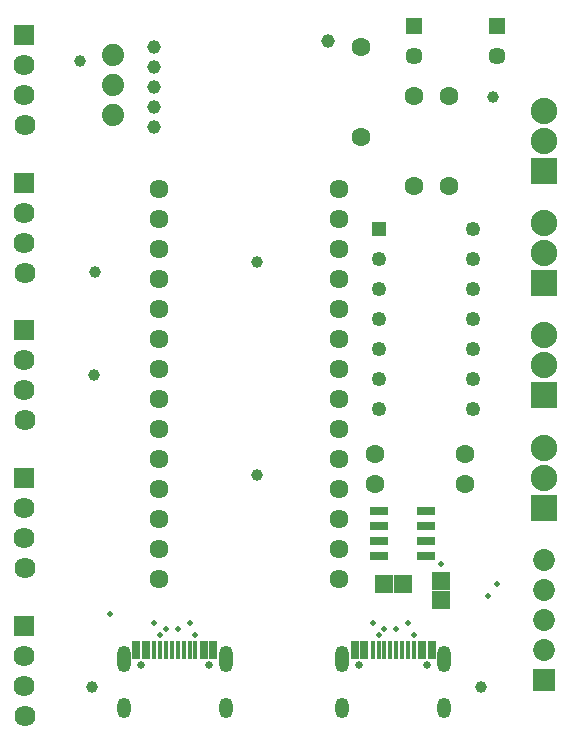
<source format=gts>
G04*
G04 #@! TF.GenerationSoftware,Altium Limited,Altium Designer,20.0.10 (225)*
G04*
G04 Layer_Color=8388736*
%FSLAX44Y44*%
%MOMM*%
G71*
G01*
G75*
%ADD21R,1.6032X1.5032*%
%ADD22R,1.5032X1.6032*%
%ADD23R,1.5032X0.8032*%
%ADD24R,0.7500X1.6000*%
%ADD25R,0.4500X1.6000*%
%ADD26C,1.6092*%
%ADD27C,1.8796*%
%ADD28C,1.6032*%
%ADD29C,1.4500*%
%ADD30R,1.4500X1.4500*%
%ADD31C,2.2432*%
%ADD32R,2.2432X2.2432*%
%ADD33R,1.7932X1.7932*%
%ADD34C,1.7932*%
%ADD35C,1.8532*%
%ADD36R,1.8532X1.8532*%
%ADD37C,1.2500*%
%ADD38R,1.2500X1.2500*%
%ADD39O,1.1500X2.2500*%
%ADD40O,1.1500X1.7500*%
%ADD41C,0.6500*%
%ADD42C,1.1492*%
%ADD43C,1.0000*%
%ADD44C,0.5080*%
D21*
X385500Y130000D02*
D03*
Y114000D02*
D03*
D22*
X353500Y127000D02*
D03*
X337500D02*
D03*
D23*
X373000Y150900D02*
D03*
Y189100D02*
D03*
Y176350D02*
D03*
Y163650D02*
D03*
X333000Y150900D02*
D03*
Y163650D02*
D03*
Y176350D02*
D03*
Y189100D02*
D03*
D24*
X378000Y70995D02*
D03*
X370000D02*
D03*
X321000D02*
D03*
X313000D02*
D03*
X193000D02*
D03*
X185000D02*
D03*
X136000D02*
D03*
X128000D02*
D03*
D25*
X363000D02*
D03*
X358000D02*
D03*
X353000D02*
D03*
X348000D02*
D03*
X328000D02*
D03*
X333000D02*
D03*
X338000D02*
D03*
X343000D02*
D03*
X178000D02*
D03*
X173000D02*
D03*
X168000D02*
D03*
X163000D02*
D03*
X143000D02*
D03*
X148000D02*
D03*
X153000D02*
D03*
X158000D02*
D03*
D26*
X299200Y462100D02*
D03*
Y436700D02*
D03*
Y411300D02*
D03*
Y385900D02*
D03*
Y360500D02*
D03*
Y335100D02*
D03*
Y309700D02*
D03*
Y284300D02*
D03*
Y258900D02*
D03*
Y233500D02*
D03*
Y208100D02*
D03*
Y182700D02*
D03*
Y157300D02*
D03*
Y131900D02*
D03*
X146800Y462100D02*
D03*
Y436700D02*
D03*
Y411300D02*
D03*
Y385900D02*
D03*
Y360500D02*
D03*
Y335100D02*
D03*
Y309700D02*
D03*
Y284300D02*
D03*
Y258900D02*
D03*
Y233500D02*
D03*
Y208100D02*
D03*
Y182700D02*
D03*
Y157300D02*
D03*
Y131900D02*
D03*
D27*
X108000Y549500D02*
D03*
Y524100D02*
D03*
Y574900D02*
D03*
D28*
X393000Y463900D02*
D03*
Y540100D02*
D03*
X363000Y463900D02*
D03*
Y540100D02*
D03*
X318000Y505800D02*
D03*
Y582000D02*
D03*
X406100Y237000D02*
D03*
X329900D02*
D03*
Y212001D02*
D03*
X406100D02*
D03*
D29*
X363000Y574300D02*
D03*
X433000D02*
D03*
D30*
X363000Y599700D02*
D03*
X433000D02*
D03*
D31*
X473000Y527800D02*
D03*
Y502400D02*
D03*
Y432800D02*
D03*
Y407400D02*
D03*
Y242800D02*
D03*
Y217400D02*
D03*
Y337800D02*
D03*
Y312400D02*
D03*
D32*
Y477000D02*
D03*
Y382000D02*
D03*
Y192000D02*
D03*
Y287000D02*
D03*
D33*
X33000Y592000D02*
D03*
X33000Y467000D02*
D03*
X33000Y342000D02*
D03*
X33000Y217000D02*
D03*
X33000Y92000D02*
D03*
D34*
X33000Y566600D02*
D03*
Y541200D02*
D03*
X34000Y515800D02*
D03*
X33000Y441600D02*
D03*
Y416200D02*
D03*
X34000Y390800D02*
D03*
X34000Y265800D02*
D03*
X33000Y291200D02*
D03*
Y316600D02*
D03*
X34000Y140800D02*
D03*
X33000Y166200D02*
D03*
Y191600D02*
D03*
X34000Y15800D02*
D03*
X33000Y41200D02*
D03*
Y66600D02*
D03*
D35*
X473000Y147801D02*
D03*
Y122401D02*
D03*
Y97001D02*
D03*
Y71601D02*
D03*
D36*
Y46201D02*
D03*
D37*
X413000Y427800D02*
D03*
Y402400D02*
D03*
Y377000D02*
D03*
Y351600D02*
D03*
Y326200D02*
D03*
Y300800D02*
D03*
Y275400D02*
D03*
X333600D02*
D03*
Y300800D02*
D03*
Y326200D02*
D03*
Y351600D02*
D03*
Y377000D02*
D03*
Y402400D02*
D03*
D38*
Y427800D02*
D03*
D39*
X388700Y63745D02*
D03*
X302300D02*
D03*
X203700D02*
D03*
X117300D02*
D03*
D40*
X302300Y21945D02*
D03*
X388700D02*
D03*
X117300D02*
D03*
X203700D02*
D03*
D41*
X374400Y58445D02*
D03*
X316600D02*
D03*
X189400D02*
D03*
X131600D02*
D03*
D42*
X143000Y514000D02*
D03*
Y531000D02*
D03*
Y548000D02*
D03*
Y565000D02*
D03*
Y582000D02*
D03*
X290000Y587300D02*
D03*
D43*
X90000Y40000D02*
D03*
X80000Y570000D02*
D03*
X430000Y540000D02*
D03*
X420000Y40000D02*
D03*
X230000Y220000D02*
D03*
Y400000D02*
D03*
X92000Y304250D02*
D03*
X92750Y391750D02*
D03*
D44*
X143000Y94500D02*
D03*
X105500Y102000D02*
D03*
X173000Y94500D02*
D03*
X328000D02*
D03*
X358000D02*
D03*
X425500Y117000D02*
D03*
X433000Y127000D02*
D03*
X148000Y84500D02*
D03*
X333000D02*
D03*
X363000D02*
D03*
X178000D02*
D03*
X163000Y89500D02*
D03*
X153000D02*
D03*
X338000D02*
D03*
X385500Y144500D02*
D03*
X348000Y89500D02*
D03*
M02*

</source>
